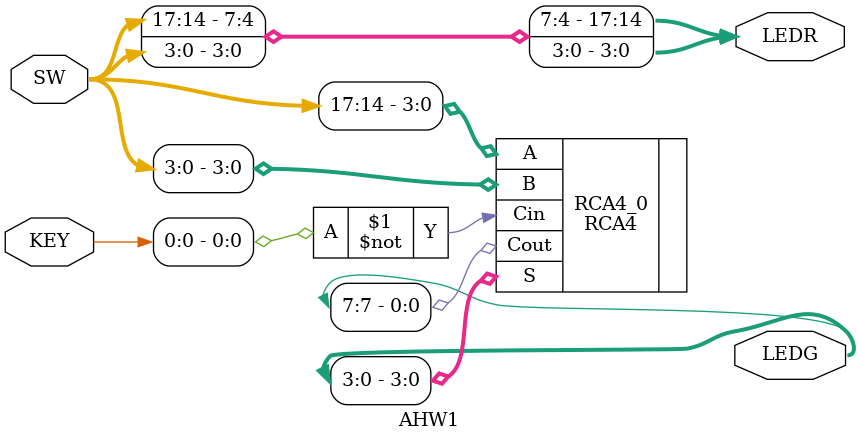
<source format=sv>
module AHW1(
  input		[17:0] SW,		// 18 slide switches on board
  input		[3:0] KEY,		// hooked to the 4 push buttons
  output 	[17:0] LEDR,	// 18 red LEDs
  output	[7:0] LEDG		// 8 green LEDs
);

  ///////////////////////////////////////////////////////////////////
  // Instantiate your RCA4 block and make appropriate connections //
  /////////////////////////////////////////////////////////////////
    
	RCA4 RCA4_0(.A(SW[17:14]),.B(SW[3:0]),.Cin(~KEY[0]),.S(LEDG[3:0]),.Cout(LEDG[7]));

  ////////////////////////////////////////////////////////////////////
  // Need a couple of assign statements below to have LEDR[17:14]  //
  // represent SW[17:14] and LEDR[3:0] represent SW[3:0].         //
  /////////////////////////////////////////////////////////////////
  assign LEDR [17:14] =SW[17:14];
  assign LEDR [3:0] = SW[3:0];
 
				
  
endmodule

</source>
